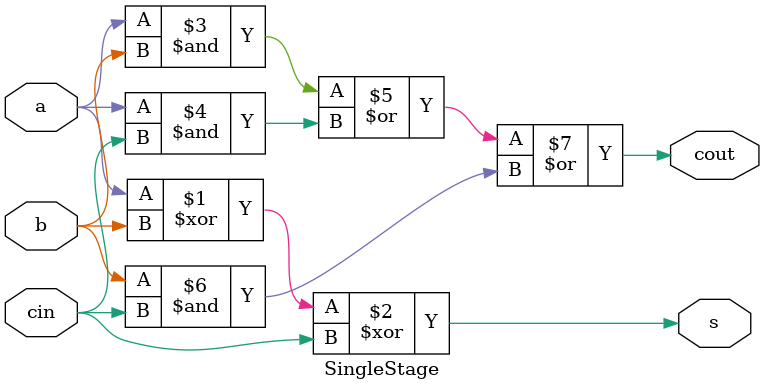
<source format=v>
`timescale 1ns / 1ps
module SingleStage(
    input a,
    input b,
    input cin,
    output cout,
    output s
    );
    assign s = a ^ b ^ cin;
    assign cout = (a & b)  |  (a & cin)  |  (b & cin);

endmodule

</source>
